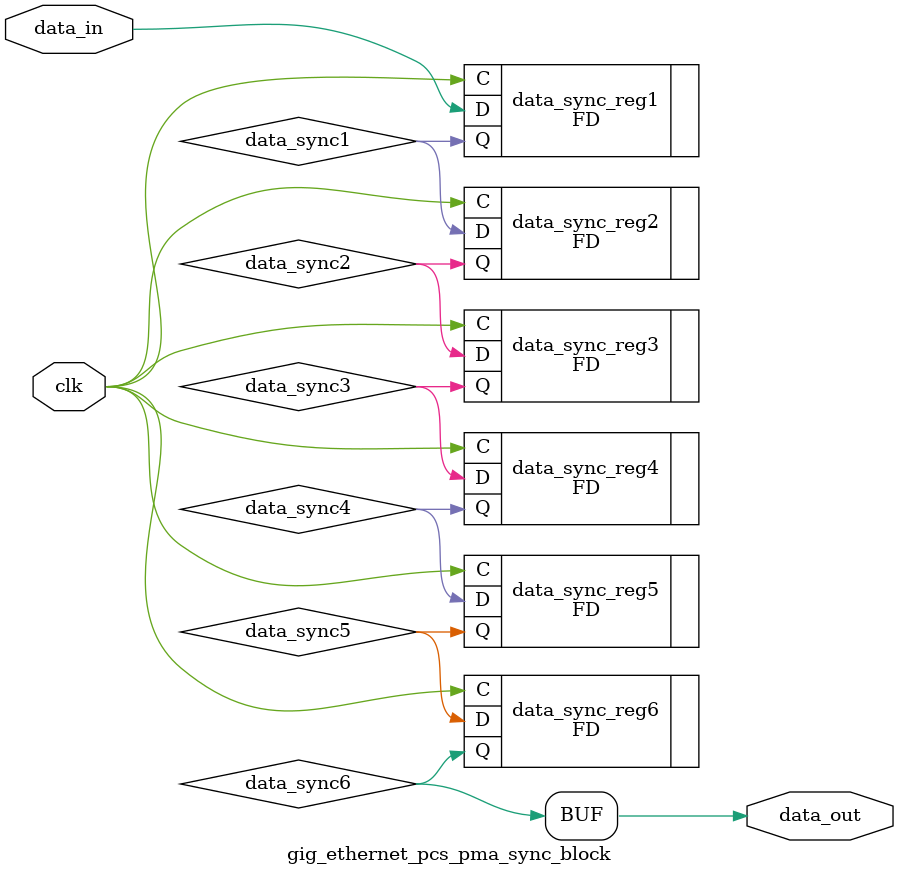
<source format=v>

`timescale 1ps / 1ps

module gig_ethernet_pcs_pma_sync_block #(
  parameter INITIALISE = 2'b00
)
(
  input        clk,              // clock to be sync'ed to
  input        data_in,          // Data to be 'synced'
  output       data_out          // synced data
);

  // Internal Signals
  wire data_sync1;
  wire data_sync2;
  wire data_sync3;
  wire data_sync4;
  wire data_sync5;
  wire data_sync6;


  (* shreg_extract = "no", ASYNC_REG = "TRUE" *)
  FD #(
    .INIT (INITIALISE[0])
  ) data_sync_reg1 (
    .C  (clk),
    .D  (data_in),
    .Q  (data_sync1)
  );


  (* shreg_extract = "no", ASYNC_REG = "TRUE" *)
  FD #(
   .INIT (INITIALISE[1])
  ) data_sync_reg2 (
  .C  (clk),
  .D  (data_sync1),
  .Q  (data_sync2)
  );


  (* shreg_extract = "no", ASYNC_REG = "TRUE" *)
  FD #(
   .INIT (INITIALISE[1])
  ) data_sync_reg3 (
  .C  (clk),
  .D  (data_sync2),
  .Q  (data_sync3)
  );

  (* shreg_extract = "no", ASYNC_REG = "TRUE" *)
  FD #(
   .INIT (INITIALISE[1])
  ) data_sync_reg4 (
  .C  (clk),
  .D  (data_sync3),
  .Q  (data_sync4)
  );

  (* shreg_extract = "no", ASYNC_REG = "TRUE" *)
  FD #(
   .INIT (INITIALISE[1])
  ) data_sync_reg5 (
  .C  (clk),
  .D  (data_sync4),
  .Q  (data_sync5)
  );

  (* shreg_extract = "no", ASYNC_REG = "TRUE" *)
  FD #(
   .INIT (INITIALISE[1])
  ) data_sync_reg6 (
  .C  (clk),
  .D  (data_sync5),
  .Q  (data_sync6)
  );
  assign data_out = data_sync6;


endmodule



</source>
